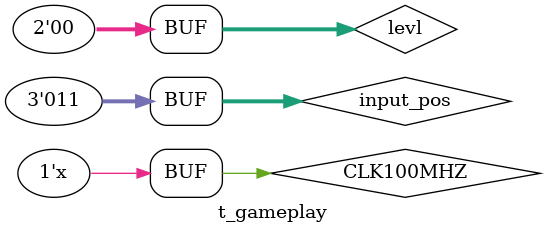
<source format=v>
`timescale 1ns / 1ps


module t_gameplay();


    reg CLK100MHZ = 0;
    
    reg [1:0] levl = 2'b00;
    reg [2:0] input_pos = 3;
    wire [2:0] mole_pos1;
    wire [5:0] score;
    
    gameplay game_play(
        .levl(levl),
        .CLK100MHZ(CLK100MHZ),
        .input_pos(input_pos),
        .score(score),
        .mole_pos1(mole_pos1)
    );
    
    always
    begin
        #1 CLK100MHZ = ~CLK100MHZ;
    end
    
endmodule

</source>
